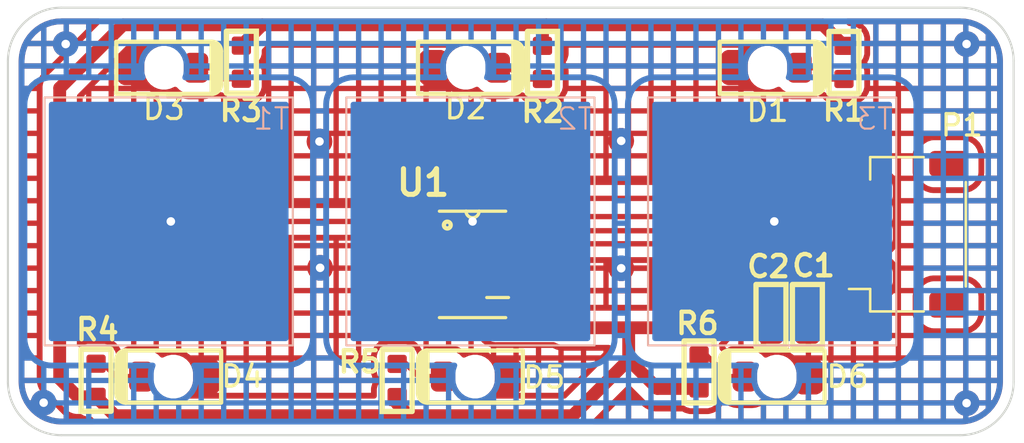
<source format=kicad_pcb>
(kicad_pcb (version 20221018) (generator pcbnew)
  (layers (0 "F.Cu" signal) (31 "B.Cu" signal) (34 "B.Paste" user) (35 "F.Paste" user) (36 "B.SilkS" user "B.Silkscreen") (37 "F.SilkS" user "F.Silkscreen") (38 "B.Mask" user) (39 "F.Mask" user) (44 "Edge.Cuts" user))
  (net 0 "")
  (net 1 "GND")
  (net 2 "+3.3V")
  (net 3 "Net-(U1-TPQ2)")
  (net 4 "Net-(U1-TPQ1)")
  (net 5 "Net-(U1-TPQ0)")
  (net 8 "Net-(D1-A)")
  (net 9 "Net-(D2-A)")
  (net 10 "Net-(D3-A)")
  (net 11 "Net-(D4-A)")
  (net 12 "Net-(D5-A)")
  (net 13 "Net-(D6-A)")
  (net 14 "/T1")
  (net 15 "/T2")
  (net 16 "/T3")
  (footprint "IVS_footprints:R_0603" (layer "F.Cu") (at 139.07 50.56 -90)
    (fp_text reference "R1" (at 2.23 0 unlocked) (layer "F.SilkS") (effects (font (thickness 0.2) bold)))
    (fp_text value "1k" hide)
    (fp_rect (start -1.45 -0.7) (end 1.45 0.7) (stroke (width 0.25)) (fill none) (layer "F.SilkS"))
    (pad "1" smd roundrect (at -0.775 0 270) (size 0.85 0.9) (layers "F.Cu" "F.Paste" "F.Mask") (roundrect_rratio 0.15) (net 2 "+3.3V"))
    (pad "2" smd roundrect (at 0.775 0 270) (size 0.85 0.9) (layers "F.Cu" "F.Paste" "F.Mask") (roundrect_rratio 0.15) (net 8 "Net-(D1-A)"))
  )
  (footprint "IVS_footprints:LED_0805_ReverseMount_Hole1.8x2mm" (layer "F.Cu") (at 135.933872 65.26)
    (fp_text reference "D6" (at 3.3 0) (layer "F.SilkS"))
    (fp_text value "LED" hide)
    (fp_line (start -2.670535 -0.777656) (end -2.670535 0.77) (stroke (width 0.2)) (layer "F.SilkS"))
    (fp_rect (start -2.226386 -1.221805) (end 2.23 1.217226) (stroke (width 0.2)) (fill none) (layer "F.SilkS"))
    (fp_arc (start -2.670535 -0.777656) (mid -2.540447 -1.091717) (end -2.226386 -1.221805) (stroke (width 0.2)) (layer "F.SilkS"))
    (fp_arc (start -2.226386 1.217226) (mid -2.540447 1.087138) (end -2.670535 0.773077) (stroke (width 0.2)) (layer "F.SilkS"))
    (fp_poly (pts (xy -2.3103 1.092455) (xy -2.59 1.042455) (xy -2.69 0.522455) (xy -2.69 -0.137545) (xy -2.54 -0.931943) (xy -2.321968 -1.109213)) (stroke (width 0.12)) (fill solid) (layer "F.SilkS"))
    (pad "" np_thru_hole oval (at 0 0) (size 1.8 2) (drill oval 1.8 2) (layers "F&B.Cu" "*.Mask"))
    (pad "1" smd roundrect (at 1.5 0.01) (size 1.14 1.4) (layers "F.Cu" "F.Paste" "F.Mask") (net 1 "GND"))
    (pad "2" smd roundrect (at -1.5 0) (size 1.14 1.4) (layers "F.Cu" "F.Paste" "F.Mask") (net 13 "Net-(D6-A)"))
  )
  (footprint "IVS_footprints:R_0603" (layer "F.Cu") (at 132.3 65.04 90)
    (fp_text reference "R6" (at 2.27 -0.08 unlocked) (layer "F.SilkS") (effects (font (thickness 0.2) bold)))
    (fp_text value "1k" hide)
    (fp_rect (start -1.45 -0.7) (end 1.45 0.7) (stroke (width 0.25)) (fill none) (layer "F.SilkS"))
    (pad "1" smd roundrect (at -0.775 0 90) (size 0.85 0.9) (layers "F.Cu" "F.Paste" "F.Mask") (roundrect_rratio 0.15) (net 2 "+3.3V"))
    (pad "2" smd roundrect (at 0.775 0 90) (size 0.85 0.9) (layers "F.Cu" "F.Paste" "F.Mask") (roundrect_rratio 0.15) (net 13 "Net-(D6-A)"))
  )
  (footprint "IVS_footprints:R_0603" (layer "F.Cu") (at 104.12 65.43 90)
    (fp_text reference "R4" (at 2.37 0.06 unlocked) (layer "F.SilkS") (effects (font (thickness 0.2) bold)))
    (fp_text value "1k" hide)
    (fp_rect (start -1.45 -0.7) (end 1.45 0.7) (stroke (width 0.25)) (fill none) (layer "F.SilkS"))
    (pad "1" smd roundrect (at -0.775 0 90) (size 0.85 0.9) (layers "F.Cu" "F.Paste" "F.Mask") (roundrect_rratio 0.15) (net 2 "+3.3V"))
    (pad "2" smd roundrect (at 0.775 0 90) (size 0.85 0.9) (layers "F.Cu" "F.Paste" "F.Mask") (roundrect_rratio 0.15) (net 11 "Net-(D4-A)"))
  )
  (footprint "IVS_footprints:LED_0805_ReverseMount_Hole1.8x2mm" (layer "F.Cu") (at 107.293337 50.81 180)
    (fp_text reference "D3" (at 0.005 -1.92 180) (layer "F.SilkS"))
    (fp_text value "LED" hide)
    (fp_line (start -2.670535 -0.777656) (end -2.670535 0.77) (stroke (width 0.2)) (layer "F.SilkS"))
    (fp_rect (start -2.226386 -1.221805) (end 2.23 1.217226) (stroke (width 0.2)) (fill none) (layer "F.SilkS"))
    (fp_arc (start -2.670535 -0.777656) (mid -2.540447 -1.091717) (end -2.226386 -1.221805) (stroke (width 0.2)) (layer "F.SilkS"))
    (fp_arc (start -2.226386 1.217226) (mid -2.540447 1.087138) (end -2.670535 0.773077) (stroke (width 0.2)) (layer "F.SilkS"))
    (fp_poly (pts (xy -2.3103 1.092455) (xy -2.59 1.042455) (xy -2.69 0.522455) (xy -2.69 -0.137545) (xy -2.54 -0.931943) (xy -2.321968 -1.109213)) (stroke (width 0.12)) (fill solid) (layer "F.SilkS"))
    (pad "" np_thru_hole oval (at 0 0 180) (size 1.8 2) (drill oval 1.8 2) (layers "F&B.Cu" "*.Mask"))
    (pad "1" smd roundrect (at 1.5 0.01 180) (size 1.14 1.4) (layers "F.Cu" "F.Paste" "F.Mask") (net 1 "GND"))
    (pad "2" smd roundrect (at -1.5 0 180) (size 1.14 1.4) (layers "F.Cu" "F.Paste" "F.Mask") (net 10 "Net-(D3-A)"))
  )
  (footprint "IVS_footprints:C_0603" (layer "F.Cu") (at 135.66 62.4 -90)
    (fp_text reference "C2" (at -2.29 0.12 unlocked) (layer "F.SilkS") (effects (font (thickness 0.2) bold)))
    (fp_text value "100nF" hide)
    (fp_rect (start -1.4508 -0.7) (end 1.4508 0.7) (stroke (width 0.25)) (fill none) (layer "F.SilkS"))
    (pad "1" smd roundrect (at -0.775 0 270) (size 0.85 0.9) (layers "F.Cu" "F.Paste" "F.Mask") (roundrect_rratio 0.15) (net 2 "+3.3V"))
    (pad "2" smd roundrect (at 0.775 0 270) (size 0.85 0.9) (layers "F.Cu" "F.Paste" "F.Mask") (roundrect_rratio 0.15) (net 1 "GND"))
  )
  (footprint "IVS_footprints:JST_SH_SM05B-SRSS-TB_1x05-1MP_P1.00mm_Horizontal" (layer "F.Cu") (at 142.08 58.6 90)
    (fp_text reference "P1" (at 5.1 2.5) (layer "F.SilkS"))
    (fp_text value "~" hide)
    (fp_line (start -3.61 -1.785) (end -2.56 -1.785) (stroke (width 0.12)) (layer "F.SilkS"))
    (fp_line (start -3.61 0.715) (end -3.61 -1.785) (stroke (width 0.12)) (layer "F.SilkS"))
    (fp_line (start -2.56 -1.785) (end -2.56 -2.775) (stroke (width 0.12)) (layer "F.SilkS"))
    (fp_line (start -2.44 2.685) (end 2.44 2.685) (stroke (width 0.12)) (layer "F.SilkS"))
    (fp_line (start 3.61 -1.785) (end 2.56 -1.785) (stroke (width 0.12)) (layer "F.SilkS"))
    (fp_line (start 3.61 0.715) (end 3.61 -1.785) (stroke (width 0.12)) (layer "F.SilkS"))
    (pad "1" smd roundrect (at -2 -2 90) (size 0.6 1.55) (layers "F.Cu" "F.Paste" "F.Mask") (net 2 "+3.3V"))
    (pad "2" smd roundrect (at -1 -2 90) (size 0.6 1.55) (layers "F.Cu" "F.Paste" "F.Mask") (net 1 "GND"))
    (pad "3" smd roundrect (at 0 -2 90) (size 0.6 1.55) (layers "F.Cu" "F.Paste" "F.Mask") (net 3 "Net-(U1-TPQ2)"))
    (pad "4" smd roundrect (at 1 -2 90) (size 0.6 1.55) (layers "F.Cu" "F.Paste" "F.Mask") (net 4 "Net-(U1-TPQ1)"))
    (pad "5" smd roundrect (at 2 -2 90) (size 0.6 1.55) (layers "F.Cu" "F.Paste" "F.Mask") (net 5 "Net-(U1-TPQ0)"))
    (pad "MP" smd roundrect (at -3.3 1.875 90) (size 1.2 1.8) (layers "F.Cu" "F.Paste" "F.Mask") (roundrect_rratio 0.208333))
    (pad "MP" smd roundrect (at 3.3 1.875 90) (size 1.2 1.8) (layers "F.Cu" "F.Paste" "F.Mask") (roundrect_rratio 0.208333))
  )
  (footprint "IVS_footprints:R_0603" (layer "F.Cu") (at 124.98 50.56 -90)
    (fp_text reference "R2" (at 2.29 -0.01 unlocked) (layer "F.SilkS") (effects (font (thickness 0.2) bold)))
    (fp_text value "1k" hide)
    (fp_rect (start -1.45 -0.7) (end 1.45 0.7) (stroke (width 0.25)) (fill none) (layer "F.SilkS"))
    (pad "1" smd roundrect (at -0.775 0 270) (size 0.85 0.9) (layers "F.Cu" "F.Paste" "F.Mask") (roundrect_rratio 0.15) (net 2 "+3.3V"))
    (pad "2" smd roundrect (at 0.775 0 270) (size 0.85 0.9) (layers "F.Cu" "F.Paste" "F.Mask") (roundrect_rratio 0.15) (net 9 "Net-(D2-A)"))
  )
  (footprint "IVS_footprints:LED_0805_ReverseMount_Hole1.8x2mm" (layer "F.Cu") (at 121.393337 50.81 180)
    (fp_text reference "D2" (at 0.005 -1.89 180) (layer "F.SilkS"))
    (fp_text value "LED" hide)
    (fp_line (start -2.670535 -0.777656) (end -2.670535 0.77) (stroke (width 0.2)) (layer "F.SilkS"))
    (fp_rect (start -2.226386 -1.221805) (end 2.23 1.217226) (stroke (width 0.2)) (fill none) (layer "F.SilkS"))
    (fp_arc (start -2.670535 -0.777656) (mid -2.540447 -1.091717) (end -2.226386 -1.221805) (stroke (width 0.2)) (layer "F.SilkS"))
    (fp_arc (start -2.226386 1.217226) (mid -2.540447 1.087138) (end -2.670535 0.773077) (stroke (width 0.2)) (layer "F.SilkS"))
    (fp_poly (pts (xy -2.3103 1.092455) (xy -2.59 1.042455) (xy -2.69 0.522455) (xy -2.69 -0.137545) (xy -2.54 -0.931943) (xy -2.321968 -1.109213)) (stroke (width 0.12)) (fill solid) (layer "F.SilkS"))
    (pad "" np_thru_hole oval (at 0 0 180) (size 1.8 2) (drill oval 1.8 2) (layers "F&B.Cu" "*.Mask"))
    (pad "1" smd roundrect (at 1.5 0.01 180) (size 1.14 1.4) (layers "F.Cu" "F.Paste" "F.Mask") (net 1 "GND"))
    (pad "2" smd roundrect (at -1.5 0 180) (size 1.14 1.4) (layers "F.Cu" "F.Paste" "F.Mask") (net 9 "Net-(D2-A)"))
  )
  (footprint "IVS_footprints:LED_0805_ReverseMount_Hole1.8x2mm" (layer "F.Cu") (at 107.733872 65.26)
    (fp_text reference "D4" (at 3.22 -0.01) (layer "F.SilkS"))
    (fp_text value "LED" hide)
    (fp_line (start -2.670535 -0.777656) (end -2.670535 0.77) (stroke (width 0.2)) (layer "F.SilkS"))
    (fp_rect (start -2.226386 -1.221805) (end 2.23 1.217226) (stroke (width 0.2)) (fill none) (layer "F.SilkS"))
    (fp_arc (start -2.670535 -0.777656) (mid -2.540447 -1.091717) (end -2.226386 -1.221805) (stroke (width 0.2)) (layer "F.SilkS"))
    (fp_arc (start -2.226386 1.217226) (mid -2.540447 1.087138) (end -2.670535 0.773077) (stroke (width 0.2)) (layer "F.SilkS"))
    (fp_poly (pts (xy -2.3103 1.092455) (xy -2.59 1.042455) (xy -2.69 0.522455) (xy -2.69 -0.137545) (xy -2.54 -0.931943) (xy -2.321968 -1.109213)) (stroke (width 0.12)) (fill solid) (layer "F.SilkS"))
    (pad "" np_thru_hole oval (at 0 0) (size 1.8 2) (drill oval 1.8 2) (layers "F&B.Cu" "*.Mask"))
    (pad "1" smd roundrect (at 1.5 0.01) (size 1.14 1.4) (layers "F.Cu" "F.Paste" "F.Mask") (net 1 "GND"))
    (pad "2" smd roundrect (at -1.5 0) (size 1.14 1.4) (layers "F.Cu" "F.Paste" "F.Mask") (net 11 "Net-(D4-A)"))
  )
  (footprint "IVS_footprints:R_0603" (layer "F.Cu") (at 118.19 65.44 90)
    (fp_text reference "R5" (at 0.87 -1.75 unlocked) (layer "F.SilkS") (effects (font (thickness 0.2) bold)))
    (fp_text value "1k" hide)
    (fp_rect (start -1.45 -0.7) (end 1.45 0.7) (stroke (width 0.25)) (fill none) (layer "F.SilkS"))
    (pad "1" smd roundrect (at -0.775 0 90) (size 0.85 0.9) (layers "F.Cu" "F.Paste" "F.Mask") (roundrect_rratio 0.15) (net 2 "+3.3V"))
    (pad "2" smd roundrect (at 0.775 0 90) (size 0.85 0.9) (layers "F.Cu" "F.Paste" "F.Mask") (roundrect_rratio 0.15) (net 12 "Net-(D5-A)"))
  )
  (footprint "IVS_footprints:LED_0805_ReverseMount_Hole1.8x2mm" (layer "F.Cu") (at 135.493337 50.81 180)
    (fp_text reference "D1" (at -0.005 -2.01 180) (layer "F.SilkS"))
    (fp_text value "LED" hide)
    (fp_line (start -2.670535 -0.777656) (end -2.670535 0.77) (stroke (width 0.2)) (layer "F.SilkS"))
    (fp_rect (start -2.226386 -1.221805) (end 2.23 1.217226) (stroke (width 0.2)) (fill none) (layer "F.SilkS"))
    (fp_arc (start -2.670535 -0.777656) (mid -2.540447 -1.091717) (end -2.226386 -1.221805) (stroke (width 0.2)) (layer "F.SilkS"))
    (fp_arc (start -2.226386 1.217226) (mid -2.540447 1.087138) (end -2.670535 0.773077) (stroke (width 0.2)) (layer "F.SilkS"))
    (fp_poly (pts (xy -2.3103 1.092455) (xy -2.59 1.042455) (xy -2.69 0.522455) (xy -2.69 -0.137545) (xy -2.54 -0.931943) (xy -2.321968 -1.109213)) (stroke (width 0.12)) (fill solid) (layer "F.SilkS"))
    (pad "" np_thru_hole oval (at 0 0 180) (size 1.8 2) (drill oval 1.8 2) (layers "F&B.Cu" "*.Mask"))
    (pad "1" smd roundrect (at 1.5 0.01 180) (size 1.14 1.4) (layers "F.Cu" "F.Paste" "F.Mask") (net 1 "GND"))
    (pad "2" smd roundrect (at -1.5 0 180) (size 1.14 1.4) (layers "F.Cu" "F.Paste" "F.Mask") (net 8 "Net-(D1-A)"))
  )
  (footprint "IVS_footprints:R_0603" (layer "F.Cu") (at 110.91 50.55 -90)
    (fp_text reference "R3" (at 2.26 0.02 unlocked) (layer "F.SilkS") (effects (font (thickness 0.2) bold)))
    (fp_text value "1k" hide)
    (fp_rect (start -1.45 -0.7) (end 1.45 0.7) (stroke (width 0.25)) (fill none) (layer "F.SilkS"))
    (pad "1" smd roundrect (at -0.775 0 270) (size 0.85 0.9) (layers "F.Cu" "F.Paste" "F.Mask") (roundrect_rratio 0.15) (net 2 "+3.3V"))
    (pad "2" smd roundrect (at 0.775 0 270) (size 0.85 0.9) (layers "F.Cu" "F.Paste" "F.Mask") (roundrect_rratio 0.15) (net 10 "Net-(D3-A)"))
  )
  (footprint "IVS_footprints:C_0603" (layer "F.Cu") (at 137.36 62.4 -90)
    (fp_text reference "C1" (at -2.33 -0.29 unlocked) (layer "F.SilkS") (effects (font (thickness 0.2) bold)))
    (fp_text value "10uF" hide)
    (fp_rect (start -1.4508 -0.7) (end 1.4508 0.7) (stroke (width 0.25)) (fill none) (layer "F.SilkS"))
    (pad "1" smd roundrect (at -0.775 0 270) (size 0.85 0.9) (layers "F.Cu" "F.Paste" "F.Mask") (roundrect_rratio 0.15) (net 2 "+3.3V"))
    (pad "2" smd roundrect (at 0.775 0 270) (size 0.85 0.9) (layers "F.Cu" "F.Paste" "F.Mask") (roundrect_rratio 0.15) (net 1 "GND"))
  )
  (footprint "IVS_footprints:SSOP-16" (layer "F.Cu") (at 121.713604 60.01)
    (fp_text reference "U1" (at -2.313604 -3.82) (layer "F.SilkS") (effects (font (size 1.2 1.2) (thickness 0.24) bold)))
    (fp_text value "~" hide)
    (fp_line (start -1.5494 2.4892) (end 1.5494 2.4892) (stroke (width 0.1524)) (layer "F.SilkS"))
    (fp_line (start -0.3048 -2.4892) (end -1.5494 -2.4892) (stroke (width 0.1524)) (layer "F.SilkS"))
    (fp_line (start 0.3048 -2.4892) (end -0.3048 -2.4892) (stroke (width 0.1524)) (layer "F.SilkS"))
    (fp_line (start 1.5494 -2.4892) (end 0.3048 -2.4892) (stroke (width 0.1524)) (layer "F.SilkS"))
    (fp_line (start 1.68 1.5494) (end 0.664 1.5494) (stroke (width 0.1524)) (layer "F.SilkS"))
    (fp_arc (start 0.3048 -2.4892) (mid 0 -2.1844) (end -0.3048 -2.4892) (stroke (width 0.1524)) (layer "F.SilkS"))
    (fp_circle (center -1.18 -1.84) (end -1.12 -1.84) (stroke (width 0.2)) (fill none) (layer "F.SilkS"))
    (pad "1" smd rect (at -2.667 -2.2352) (size 1.6002 0.3556) (layers "F.Cu" "F.Paste" "F.Mask") (net 14 "/T1"))
    (pad "2" smd rect (at -2.667 -1.5748) (size 1.6002 0.3556) (layers "F.Cu" "F.Paste" "F.Mask") (net 15 "/T2"))
    (pad "3" smd rect (at -2.667 -0.9652) (size 1.6002 0.3556) (layers "F.Cu" "F.Paste" "F.Mask") (net 16 "/T3"))
    (pad "4" smd rect (at -2.667 -0.3048) (size 1.6002 0.3556) (layers "F.Cu" "F.Paste" "F.Mask"))
    (pad "5" smd rect (at -2.667 0.3048) (size 1.6002 0.3556) (layers "F.Cu" "F.Paste" "F.Mask"))
    (pad "6" smd rect (at -2.667 0.9652) (size 1.6002 0.3556) (layers "F.Cu" "F.Paste" "F.Mask") (net 2 "+3.3V"))
    (pad "7" smd rect (at -2.667 1.5748) (size 1.6002 0.3556) (layers "F.Cu" "F.Paste" "F.Mask"))
    (pad "8" smd rect (at -2.667 2.2352) (size 1.6002 0.3556) (layers "F.Cu" "F.Paste" "F.Mask"))
    (pad "9" smd rect (at 2.667 2.2352) (size 1.6002 0.3556) (layers "F.Cu" "F.Paste" "F.Mask"))
    (pad "10" smd rect (at 2.667 1.5748) (size 1.6002 0.3556) (layers "F.Cu" "F.Paste" "F.Mask") (net 1 "GND"))
    (pad "11" smd rect (at 2.667 0.9652) (size 1.6002 0.3556) (layers "F.Cu" "F.Paste" "F.Mask"))
    (pad "12" smd rect (at 2.667 0.3048) (size 1.6002 0.3556) (layers "F.Cu" "F.Paste" "F.Mask"))
    (pad "13" smd rect (at 2.667 -0.3048) (size 1.6002 0.3556) (layers "F.Cu" "F.Paste" "F.Mask"))
    (pad "14" smd rect (at 2.667 -0.9652) (size 1.6002 0.3556) (layers "F.Cu" "F.Paste" "F.Mask") (net 3 "Net-(U1-TPQ2)"))
    (pad "15" smd rect (at 2.667 -1.5748) (size 1.6002 0.3556) (layers "F.Cu" "F.Paste" "F.Mask") (net 4 "Net-(U1-TPQ1)"))
    (pad "16" smd rect (at 2.667 -2.2352) (size 1.6002 0.3556) (layers "F.Cu" "F.Paste" "F.Mask") (net 5 "Net-(U1-TPQ0)"))
  )
  (footprint "IVS_footprints:LED_0805_ReverseMount_Hole1.8x2mm" (layer "F.Cu") (at 121.833872 65.26)
    (fp_text reference "D5" (at 3.23 0.04) (layer "F.SilkS"))
    (fp_text value "LED" hide)
    (fp_line (start -2.670535 -0.777656) (end -2.670535 0.77) (stroke (width 0.2)) (layer "F.SilkS"))
    (fp_rect (start -2.226386 -1.221805) (end 2.23 1.217226) (stroke (width 0.2)) (fill none) (layer "F.SilkS"))
    (fp_arc (start -2.670535 -0.777656) (mid -2.540447 -1.091717) (end -2.226386 -1.221805) (stroke (width 0.2)) (layer "F.SilkS"))
    (fp_arc (start -2.226386 1.217226) (mid -2.540447 1.087138) (end -2.670535 0.773077) (stroke (width 0.2)) (layer "F.SilkS"))
    (fp_poly (pts (xy -2.3103 1.092455) (xy -2.59 1.042455) (xy -2.69 0.522455) (xy -2.69 -0.137545) (xy -2.54 -0.931943) (xy -2.321968 -1.109213)) (stroke (width 0.12)) (fill solid) (layer "F.SilkS"))
    (pad "" np_thru_hole oval (at 0 0) (size 1.8 2) (drill oval 1.8 2) (layers "F&B.Cu" "*.Mask"))
    (pad "1" smd roundrect (at 1.5 0.01) (size 1.14 1.4) (layers "F.Cu" "F.Paste" "F.Mask") (net 1 "GND"))
    (pad "2" smd roundrect (at -1.5 0) (size 1.14 1.4) (layers "F.Cu" "F.Paste" "F.Mask") (net 12 "Net-(D5-A)"))
  )
  (footprint "IVS_footprints:TouchPad_12x12mm" (layer "B.Cu") (at 121.713604 58 90)
    (fp_text reference "T2" (at 4.8 4.8 unlocked) (layer "B.SilkS") (effects (font (thickness 0.1)) (justify mirror)))
    (fp_text value "~" hide)
    (fp_rect (start -5.8 5.7) (end 5.8 -5.9) (stroke (width 0.1)) (fill none) (layer "B.SilkS"))
    (pad "1" smd circle (at 0 0 90) (size 2.390658 2.390658) (layers "B.Cu" "B.Paste" "B.Mask") (net 15 "/T2"))
  )
  (footprint "IVS_footprints:TouchPad_12x12mm" (layer "B.Cu") (at 107.613604 58 90)
    (fp_text reference "T1" (at 4.8 4.7 unlocked) (layer "B.SilkS") (effects (font (thickness 0.1)) (justify mirror)))
    (fp_text value "~" hide)
    (fp_rect (start -5.8 5.7) (end 5.8 -5.9) (stroke (width 0.1)) (fill none) (layer "B.SilkS"))
    (pad "1" smd circle (at 0 0 90) (size 2.390658 2.390658) (layers "B.Cu" "B.Paste" "B.Mask") (net 14 "/T1"))
  )
  (footprint "IVS_footprints:TouchPad_12x12mm" (layer "B.Cu") (at 135.813604 58 90)
    (fp_text reference "T3" (at 4.8 4.7 unlocked) (layer "B.SilkS") (effects (font (thickness 0.1)) (justify mirror)))
    (fp_text value "~" hide)
    (fp_rect (start -5.8 5.7) (end 5.8 -5.9) (stroke (width 0.1)) (fill none) (layer "B.SilkS"))
    (pad "1" smd circle (at 0 0 90) (size 2.390658 2.390658) (layers "B.Cu" "B.Paste" "B.Mask") (net 16 "/T3"))
  )
  (gr_line (start 102.5 48) (end 144.5 48) (stroke (width 0.1)) (layer "Edge.Cuts"))
  (gr_arc (start 144.5 48) (mid 146.267767 48.732233) (end 147 50.5) (stroke (width 0.1)) (layer "Edge.Cuts"))
  (gr_line (start 144.5 68) (end 102.5 68) (stroke (width 0.1)) (layer "Edge.Cuts"))
  (gr_arc (start 100 50.5) (mid 100.732233 48.732233) (end 102.5 48) (stroke (width 0.1)) (layer "Edge.Cuts"))
  (gr_arc (start 147 65.5) (mid 146.267767 67.267767) (end 144.5 68) (stroke (width 0.1)) (layer "Edge.Cuts"))
  (gr_line (start 100 65.5) (end 100 50.5) (stroke (width 0.1)) (layer "Edge.Cuts"))
  (gr_arc (start 102.5 68) (mid 100.732233 67.267767) (end 100 65.5) (stroke (width 0.1)) (layer "Edge.Cuts"))
  (gr_line (start 147 50.5) (end 147 65.5) (stroke (width 0.1)) (layer "Edge.Cuts"))
  (segment (start 133.11 60.19) (end 128.66 60.19) (width 0.25) (layer "F.Cu") (net 1))
  (segment (start 137.506396 60.63) (end 133.55 60.63) (width 0.25) (layer "F.Cu") (net 1))
  (segment (start 140.08 59.6) (end 138.536396 59.6) (width 0.25) (layer "F.Cu") (net 1))
  (segment (start 128.93 61.24) (end 128.99 61.18) (width 0.25) (layer "F.Cu") (net 1))
  (segment (start 126 61.24) (end 128.93 61.24) (width 0.25) (layer "F.Cu") (net 1))
  (segment (start 133.55 60.63) (end 133.11 60.19) (width 0.25) (layer "F.Cu") (net 1))
  (segment (start 128.99 60.52) (end 128.66 60.19) (width 0.25) (layer "F.Cu") (net 1))
  (segment (start 138.536396 59.6) (end 137.506396 60.63) (width 0.25) (layer "F.Cu") (net 1))
  (segment (start 124.380604 61.5848) (end 125.6552 61.5848) (width 0.25) (layer "F.Cu") (net 1))
  (segment (start 125.6552 61.5848) (end 126 61.24) (width 0.25) (layer "F.Cu") (net 1))
  (segment (start 128.99 61.18) (end 128.99 60.52) (width 0.25) (layer "F.Cu") (net 1))
  (via (at 101.67 66.48) (size 0.8) (drill 0.4) (layers "F.Cu" "B.Cu") (net 1))
  (via (at 128.66 54.23) (size 0.8) (drill 0.4) (layers "F.Cu" "B.Cu") (net 1))
  (via (at 114.59 60.17) (size 0.8) (drill 0.4) (layers "F.Cu" "B.Cu") (net 1))
  (via (at 102.7 49.7) (size 0.8) (drill 0.4) (layers "F.Cu" "B.Cu") (net 1))
  (via (at 128.66 60.19) (size 0.8) (drill 0.4) (layers "F.Cu" "B.Cu") (net 1))
  (via (at 144.8 66.5) (size 0.8) (drill 0.4) (layers "F.Cu" "B.Cu") (net 1))
  (via (at 114.56 54.26) (size 0.8) (drill 0.4) (layers "F.Cu" "B.Cu") (net 1))
  (via (at 144.8 49.7) (size 0.8) (drill 0.4) (layers "F.Cu" "B.Cu") (net 1))
  (segment (start 105.005 67.09) (end 104.12 66.205) (width 0.6) (layer "F.Cu") (net 2))
  (segment (start 125.985 62.975) (end 129.01 62.975) (width 0.6) (layer "F.Cu") (net 2))
  (segment (start 125.98 62.97) (end 125.985 62.975) (width 0.6) (layer "F.Cu") (net 2))
  (segment (start 126.39 67.09) (end 118.76 67.09) (width 0.6) (layer "F.Cu") (net 2))
  (segment (start 125.16 48.8) (end 124.98 48.98) (width 0.6) (layer "F.Cu") (net 2))
  (segment (start 118.76 67.09) (end 118.19 66.52) (width 0.6) (layer "F.Cu") (net 2))
  (segment (start 140.08 61.2) (end 140.08 60.6) (width 0.6) (layer "F.Cu") (net 2))
  (segment (start 118.19 66.52) (end 118.19 66.215) (width 0.6) (layer "F.Cu") (net 2))
  (segment (start 129.01 64.47) (end 126.39 67.09) (width 0.6) (layer "F.Cu") (net 2))
  (segment (start 104.12 66.205) (end 103.265 66.205) (width 0.6) (layer "F.Cu") (net 2))
  (segment (start 111.885 48.8) (end 125.16 48.8) (width 0.6) (layer "F.Cu") (net 2))
  (segment (start 132.825 62.975) (end 132.83 62.98) (width 0.6) (layer "F.Cu") (net 2))
  (segment (start 125.98 62.97) (end 122.82 62.97) (width 0.35) (layer "F.Cu") (net 2))
  (segment (start 129.01 64.47) (end 130.355 65.815) (width 0.6) (layer "F.Cu") (net 2))
  (segment (start 124.98 48.98) (end 124.98 49.785) (width 0.6) (layer "F.Cu") (net 2))
  (segment (start 130.355 65.815) (end 132.3 65.815) (width 0.6) (layer "F.Cu") (net 2))
  (segment (start 139.655 61.625) (end 140.08 61.2) (width 0.6) (layer "F.Cu") (net 2))
  (segment (start 105.38 48.8) (end 111.885 48.8) (width 0.6) (layer "F.Cu") (net 2))
  (segment (start 102.42 51.76) (end 105.38 48.8) (width 0.6) (layer "F.Cu") (net 2))
  (segment (start 102.42 65.36) (end 102.42 51.76) (width 0.6) (layer "F.Cu") (net 2))
  (segment (start 137.36 61.625) (end 139.655 61.625) (width 0.6) (layer "F.Cu") (net 2))
  (segment (start 103.265 66.205) (end 102.42 65.36) (width 0.6) (layer "F.Cu") (net 2))
  (segment (start 134.175 61.625) (end 137.36 61.625) (width 0.6) (layer "F.Cu") (net 2))
  (segment (start 118.76 67.09) (end 105.005 67.09) (width 0.6) (layer "F.Cu") (net 2))
  (segment (start 110.91 49.775) (end 111.885 48.8) (width 0.6) (layer "F.Cu") (net 2))
  (segment (start 138.085 48.8) (end 139.07 49.785) (width 0.6) (layer "F.Cu") (net 2))
  (segment (start 120.8252 60.9752) (end 119.046604 60.9752) (width 0.35) (layer "F.Cu") (net 2))
  (segment (start 129.01 62.975) (end 129.01 64.47) (width 0.6) (layer "F.Cu") (net 2))
  (segment (start 129.01 62.975) (end 132.825 62.975) (width 0.6) (layer "F.Cu") (net 2))
  (segment (start 132.825 62.975) (end 134.175 61.625) (width 0.6) (layer "F.Cu") (net 2))
  (segment (start 122.82 62.97) (end 120.8252 60.9752) (width 0.35) (layer "F.Cu") (net 2))
  (segment (start 125.16 48.8) (end 138.085 48.8) (width 0.6) (layer "F.Cu") (net 2))
  (segment (start 134.207208 60.18) (end 137.21 60.18) (width 0.25) (layer "F.Cu") (net 3))
  (segment (start 138.32 58.6) (end 140.08 58.6) (width 0.25) (layer "F.Cu") (net 3))
  (segment (start 124.380604 59.0448) (end 133.072008 59.0448) (width 0.25) (layer "F.Cu") (net 3))
  (segment (start 133.072008 59.0448) (end 134.207208 60.18) (width 0.25) (layer "F.Cu") (net 3))
  (segment (start 138.15 58.77) (end 138.32 58.6) (width 0.25) (layer "F.Cu") (net 3))
  (segment (start 137.21 60.18) (end 138.15 59.24) (width 0.25) (layer "F.Cu") (net 3))
  (segment (start 138.15 59.24) (end 138.15 58.77) (width 0.25) (layer "F.Cu") (net 3))
  (segment (start 133.098804 58.4352) (end 124.380604 58.4352) (width 0.25) (layer "F.Cu") (net 4))
  (segment (start 137.023604 59.73) (end 134.393604 59.73) (width 0.25) (layer "F.Cu") (net 4))
  (segment (start 137.97 57.6) (end 137.7 57.87) (width 0.25) (layer "F.Cu") (net 4))
  (segment (start 137.7 59.053604) (end 137.023604 59.73) (width 0.25) (layer "F.Cu") (net 4))
  (segment (start 140.08 57.6) (end 137.97 57.6) (width 0.25) (layer "F.Cu") (net 4))
  (segment (start 137.7 57.87) (end 137.7 59.053604) (width 0.25) (layer "F.Cu") (net 4))
  (segment (start 134.393604 59.73) (end 133.098804 58.4352) (width 0.25) (layer "F.Cu") (net 4))
  (segment (start 124.380604 57.7748) (end 133.0748 57.7748) (width 0.25) (layer "F.Cu") (net 5))
  (segment (start 134.58 59.28) (end 136.837208 59.28) (width 0.25) (layer "F.Cu") (net 5))
  (segment (start 133.0748 57.7748) (end 134.58 59.28) (width 0.25) (layer "F.Cu") (net 5))
  (segment (start 137.89 56.6) (end 140.08 56.6) (width 0.25) (layer "F.Cu") (net 5))
  (segment (start 137.25 58.867208) (end 137.25 57.24) (width 0.25) (layer "F.Cu") (net 5))
  (segment (start 136.837208 59.28) (end 137.25 58.867208) (width 0.25) (layer "F.Cu") (net 5))
  (segment (start 137.25 57.24) (end 137.89 56.6) (width 0.25) (layer "F.Cu") (net 5))
  (segment (start 137.8 50.81) (end 138.325 51.335) (width 0.25) (layer "F.Cu") (net 8))
  (segment (start 138.325 51.335) (end 139.07 51.335) (width 0.25) (layer "F.Cu") (net 8))
  (segment (start 136.993337 50.81) (end 137.8 50.81) (width 0.25) (layer "F.Cu") (net 8))
  (segment (start 123.985 51.335) (end 124.98 51.335) (width 0.25) (layer "F.Cu") (net 9))
  (segment (start 122.893337 50.81) (end 123.46 50.81) (width 0.25) (layer "F.Cu") (net 9))
  (segment (start 123.46 50.81) (end 123.985 51.335) (width 0.25) (layer "F.Cu") (net 9))
  (segment (start 108.793337 50.81) (end 109.46 50.81) (width 0.25) (layer "F.Cu") (net 10))
  (segment (start 109.975 51.325) (end 110.91 51.325) (width 0.25) (layer "F.Cu") (net 10))
  (segment (start 109.46 50.81) (end 109.975 51.325) (width 0.25) (layer "F.Cu") (net 10))
  (segment (start 104.455 64.655) (end 105.06 65.26) (width 0.25) (layer "F.Cu") (net 11))
  (segment (start 105.06 65.26) (end 106.233872 65.26) (width 0.25) (layer "F.Cu") (net 11))
  (segment (start 104.12 64.655) (end 104.455 64.655) (width 0.25) (layer "F.Cu") (net 11))
  (segment (start 119.2 65.26) (end 120.333872 65.26) (width 0.25) (layer "F.Cu") (net 12))
  (segment (start 118.605 64.665) (end 119.2 65.26) (width 0.25) (layer "F.Cu") (net 12))
  (segment (start 118.19 64.665) (end 118.605 64.665) (width 0.25) (layer "F.Cu") (net 12))
  (segment (start 132.645 64.265) (end 133.64 65.26) (width 0.25) (layer "F.Cu") (net 13))
  (segment (start 133.64 65.26) (end 134.433872 65.26) (width 0.25) (layer "F.Cu") (net 13))
  (segment (start 132.3 64.265) (end 132.645 64.265) (width 0.25) (layer "F.Cu") (net 13))
  (segment (start 117.52 58) (end 107.613604 58) (width 0.25) (layer "F.Cu") (net 14))
  (segment (start 119.046604 57.7748) (end 117.7452 57.7748) (width 0.25) (layer "F.Cu") (net 14))
  (segment (start 117.7452 57.7748) (end 117.52 58) (width 0.25) (layer "F.Cu") (net 14))
  (via (at 107.613604 58) (size 0.8) (drill 0.4) (layers "F.Cu" "B.Cu") (net 14))
  (segment (start 121.278404 58.4352) (end 119.046604 58.4352) (width 0.25) (layer "F.Cu") (net 15))
  (segment (start 121.713604 58) (end 121.278404 58.4352) (width 0.25) (layer "F.Cu") (net 15))
  (via (at 121.713604 58) (size 0.8) (drill 0.4) (layers "F.Cu" "B.Cu") (net 15))
  (segment (start 123.12 57.37) (end 123.57 56.92) (width 0.25) (layer "F.Cu") (net 16))
  (segment (start 120.6048 59.0448) (end 121.07 59.51) (width 0.25) (layer "F.Cu") (net 16))
  (segment (start 134.24 58) (end 135.813604 58) (width 0.25) (layer "F.Cu") (net 16))
  (segment (start 121.07 59.51) (end 122.19 59.51) (width 0.25) (layer "F.Cu") (net 16))
  (segment (start 122.19 59.51) (end 123.12 58.58) (width 0.25) (layer "F.Cu") (net 16))
  (segment (start 123.57 56.92) (end 133.16 56.92) (width 0.25) (layer "F.Cu") (net 16))
  (segment (start 123.12 58.58) (end 123.12 57.37) (width 0.25) (layer "F.Cu") (net 16))
  (segment (start 133.16 56.92) (end 134.24 58) (width 0.25) (layer "F.Cu") (net 16))
  (segment (start 119.046604 59.0448) (end 120.6048 59.0448) (width 0.25) (layer "F.Cu") (net 16))
  (via (at 135.813604 58) (size 0.8) (drill 0.4) (layers "F.Cu" "B.Cu") (net 16))
  (zone (net 1) (net_name "GND") (layer "F.Cu") (connect_pads yes (clearance 0.5)) (min_thickness 0.25) (fill yes (mode hatch) (thermal_gap 0.5) (thermal_bridge_width 0.5) (island_removal_mode 2) (island_area_min 10) (hatch_thickness 0.25) (hatch_gap 0.8) (hatch_orientation 0) (hatch_border_algorithm hatch_thickness) (hatch_min_hole_area 0.3))
    (polygon (pts (xy 147.49 47.64) (xy 99.63 47.64) (xy 99.63 68.39) (xy 99.63 68.39) (xy 147.49 68.39) (xy 147.49 68.36)))
  )
  (zone (net 14) (net_name "/T1") (layer "B.Cu") (priority 1) (connect_pads yes (clearance 0.5)) (min_thickness 0.25) (fill yes (thermal_gap 0.5) (thermal_bridge_width 0.5))
    (polygon (pts (xy 113.113604 52.4) (xy 101.913604 52.4) (xy 101.913604 63.6) (xy 113.113604 63.6)))
  )
  (zone (net 16) (net_name "/T3") (layer "B.Cu") (priority 1) (connect_pads yes (clearance 0.5)) (min_thickness 0.25) (fill yes (thermal_gap 0.5) (thermal_bridge_width 0.5))
    (polygon (pts (xy 141.313604 52.4) (xy 141.313604 63.6) (xy 130.113604 63.6) (xy 130.113604 52.4)))
  )
  (zone (net 1) (net_name "GND") (layer "B.Cu") (connect_pads (clearance 1)) (min_thickness 0.25) (fill yes (mode hatch) (thermal_gap 0.5) (thermal_bridge_width 0.5) (hatch_thickness 0.25) (hatch_gap 0.8) (hatch_orientation 0) (hatch_border_algorithm hatch_thickness) (hatch_min_hole_area 0.3))
    (polygon (pts (xy 147.49 47.64) (xy 99.63 47.64) (xy 99.63 68.36) (xy 99.66 68.39) (xy 147.49 68.39) (xy 147.49 68.36)))
  )
  (zone (net 15) (net_name "/T2") (layer "B.Cu") (priority 1) (connect_pads yes (clearance 0.5)) (min_thickness 0.25) (fill yes (thermal_gap 0.5) (thermal_bridge_width 0.5))
    (polygon (pts (xy 116.013604 52.4) (xy 127.213604 52.4) (xy 127.213604 63.6) (xy 116.013604 63.6)))
  )
)
</source>
